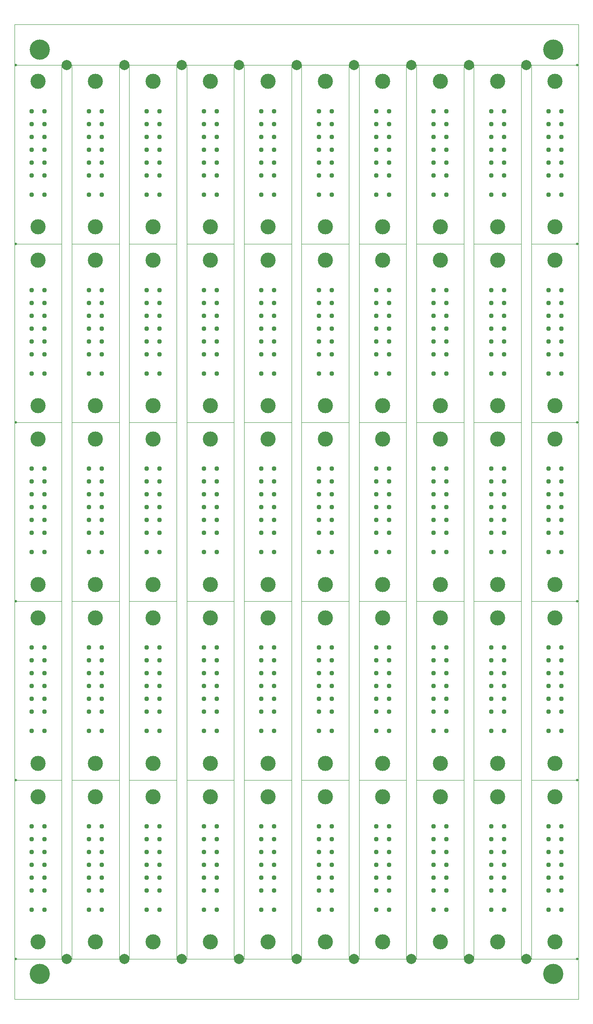
<source format=gbr>
%FSLAX36Y36*%
%MOMM*%
%SFA1.000B1.000*%

%MIA0B0*%
%IPPOS*%
%ADD70C,2.00000*%
%ADD20C,0.50000*%
%ADD26C,4.00000*%
%ADD29C,0.95000*%
%ADD72C,3.00000*%
%ADD35C,0.10000*%
%LNPOINT*%
%LPD*%
G54D20*
X300000Y8000000D03*
X300000Y43375000D03*
X300000Y78750000D03*
X300000Y114125000D03*
X300000Y149500000D03*
X300000Y184875000D03*
X111443000Y184875000D03*
X111443000Y149500000D03*
X111443000Y114125000D03*
X111443000Y78750000D03*
X111443000Y43375000D03*
X111443000Y8000000D03*
G54D29*
X3410000Y17725000D03*
X5950000Y17725000D03*
X5950000Y21535000D03*
X3410000Y21535000D03*
X3410000Y24075000D03*
X5950000Y24075000D03*
X5950000Y26615000D03*
X3410000Y26615000D03*
X3410000Y29155000D03*
X5950000Y29155000D03*
X5950000Y31695000D03*
X3410000Y31695000D03*
X3410000Y34235000D03*
X5950000Y34235000D03*
X14784000Y34235000D03*
X17324000Y34235000D03*
X17324000Y31695000D03*
X14784000Y31695000D03*
X14784000Y29155000D03*
X17324000Y29155000D03*
X17324000Y26615000D03*
X14784000Y26615000D03*
X14784000Y24075000D03*
X17324000Y24075000D03*
X17324000Y21535000D03*
X14784000Y21535000D03*
X14784000Y17725000D03*
X17324000Y17725000D03*
X26159000Y17725000D03*
X28699000Y17725000D03*
X28699000Y21535000D03*
X28699000Y24075000D03*
X28699000Y26615000D03*
X28699000Y29155000D03*
X28699000Y31695000D03*
X28699000Y34235000D03*
X26159000Y34235000D03*
X26159000Y31695000D03*
X26159000Y29155000D03*
X26159000Y26615000D03*
X26159000Y24075000D03*
X26159000Y21535000D03*
X37533000Y21535000D03*
X40073000Y21535000D03*
X40073000Y24075000D03*
X37533000Y24075000D03*
X37533000Y26615000D03*
X40073000Y26615000D03*
X40073000Y29155000D03*
X37533000Y29155000D03*
X37533000Y31695000D03*
X37533000Y34235000D03*
X40073000Y34235000D03*
X40073000Y31695000D03*
X48907000Y31695000D03*
X51447000Y31695000D03*
X51447000Y34235000D03*
X48907000Y34235000D03*
X48907000Y29155000D03*
X51447000Y29155000D03*
X51447000Y26615000D03*
X48907000Y26615000D03*
X48907000Y24075000D03*
X51447000Y24075000D03*
X51447000Y21535000D03*
X48907000Y21535000D03*
X48907000Y17725000D03*
X51447000Y17725000D03*
X60282000Y17725000D03*
X62822000Y17725000D03*
X62822000Y21535000D03*
X60282000Y21535000D03*
X60282000Y24075000D03*
X62822000Y24075000D03*
X62822000Y26615000D03*
X60282000Y26615000D03*
X60282000Y29155000D03*
X62822000Y29155000D03*
X62822000Y31695000D03*
X60282000Y31695000D03*
X60282000Y34235000D03*
X62822000Y34235000D03*
X71656000Y34235000D03*
X74196000Y34235000D03*
X74196000Y31695000D03*
X71656000Y31695000D03*
X71656000Y29155000D03*
X74196000Y29155000D03*
X74196000Y26615000D03*
X71656000Y26615000D03*
X71656000Y24075000D03*
X74196000Y24075000D03*
X74196000Y21535000D03*
X71656000Y21535000D03*
X71656000Y17725000D03*
X74196000Y17725000D03*
X83030000Y17725000D03*
X85570000Y17725000D03*
X85570000Y21535000D03*
X83030000Y21535000D03*
X83030000Y24075000D03*
X85570000Y24075000D03*
X85570000Y26615000D03*
X83030000Y26615000D03*
X83030000Y29155000D03*
X85570000Y29155000D03*
X85570000Y31695000D03*
X83030000Y31695000D03*
X83030000Y34235000D03*
X85570000Y34235000D03*
X94404000Y34235000D03*
X96944000Y34235000D03*
X96944000Y31695000D03*
X94404000Y31695000D03*
X94404000Y29155000D03*
X96944000Y29155000D03*
X96944000Y26615000D03*
X94404000Y26615000D03*
X94404000Y24075000D03*
X96944000Y24075000D03*
X96944000Y21535000D03*
X94404000Y21535000D03*
X94404000Y17725000D03*
X96944000Y17725000D03*
X105779000Y17725000D03*
X108319000Y17725000D03*
X108319000Y21535000D03*
X105779000Y21535000D03*
X105779000Y24075000D03*
X108319000Y24075000D03*
X108319000Y26615000D03*
X105779000Y26615000D03*
X105779000Y29155000D03*
X108319000Y29155000D03*
X108319000Y31695000D03*
X105779000Y31695000D03*
X105779000Y34235000D03*
X108319000Y34235000D03*
X108319000Y53100000D03*
X105779000Y53100000D03*
X105779000Y56910000D03*
X105779000Y59450000D03*
X105779000Y61990000D03*
X105779000Y64530000D03*
X105779000Y67070000D03*
X108319000Y67070000D03*
X108319000Y69610000D03*
X105779000Y69610000D03*
X108319000Y64530000D03*
X108319000Y61990000D03*
X108319000Y59450000D03*
X108319000Y56910000D03*
X96944000Y56910000D03*
X94404000Y56910000D03*
X94404000Y59450000D03*
X96944000Y59450000D03*
X96944000Y61990000D03*
X94404000Y61990000D03*
X94404000Y64530000D03*
X96944000Y64530000D03*
X96944000Y67070000D03*
X94404000Y67070000D03*
X94404000Y69610000D03*
X96944000Y69610000D03*
X85570000Y69610000D03*
X85570000Y67070000D03*
X83030000Y67070000D03*
X83030000Y69610000D03*
X83030000Y64530000D03*
X85570000Y64530000D03*
X85570000Y61990000D03*
X83030000Y61990000D03*
X83030000Y59450000D03*
X85570000Y59450000D03*
X85570000Y56910000D03*
X83030000Y56910000D03*
X83030000Y53100000D03*
X85570000Y53100000D03*
X94404000Y53100000D03*
X96944000Y53100000D03*
X74196000Y53100000D03*
X71656000Y53100000D03*
X71656000Y56910000D03*
X74196000Y56910000D03*
X74196000Y59450000D03*
X71656000Y59450000D03*
X71656000Y61990000D03*
X74196000Y61990000D03*
X74196000Y64530000D03*
X71656000Y64530000D03*
X71656000Y67070000D03*
X71656000Y69610000D03*
X74196000Y69610000D03*
X74196000Y67070000D03*
X62822000Y67070000D03*
X62822000Y69610000D03*
X60282000Y69610000D03*
X60282000Y67070000D03*
X60282000Y64530000D03*
X62822000Y64530000D03*
X62822000Y61990000D03*
X60282000Y61990000D03*
X60282000Y59450000D03*
X62822000Y59450000D03*
X62822000Y56910000D03*
X60282000Y56910000D03*
X60282000Y53100000D03*
X62822000Y53100000D03*
X51447000Y53100000D03*
X48907000Y53100000D03*
X48907000Y56910000D03*
X51447000Y56910000D03*
X51447000Y59450000D03*
X48907000Y59450000D03*
X48907000Y61990000D03*
X51447000Y61990000D03*
X51447000Y64530000D03*
X48907000Y64530000D03*
X48907000Y67070000D03*
X48907000Y69610000D03*
X51447000Y69610000D03*
X51447000Y67070000D03*
X40073000Y67070000D03*
X40073000Y69610000D03*
X37533000Y69610000D03*
X37533000Y67070000D03*
X37533000Y64530000D03*
X40073000Y64530000D03*
X40073000Y61990000D03*
X37533000Y61990000D03*
X37533000Y59450000D03*
X40073000Y59450000D03*
X40073000Y56910000D03*
X37533000Y56910000D03*
X37533000Y53100000D03*
X40073000Y53100000D03*
X28699000Y53100000D03*
X26159000Y53100000D03*
X26159000Y56910000D03*
X28699000Y56910000D03*
X28699000Y59450000D03*
X26159000Y59450000D03*
X26159000Y61990000D03*
X28699000Y61990000D03*
X28699000Y64530000D03*
X26159000Y64530000D03*
X26159000Y67070000D03*
X26159000Y69610000D03*
X28699000Y69610000D03*
X28699000Y67070000D03*
X17324000Y67070000D03*
X17324000Y64530000D03*
X17324000Y61990000D03*
X17324000Y59450000D03*
X17324000Y56910000D03*
X14784000Y56910000D03*
X14784000Y59450000D03*
X14784000Y61990000D03*
X14784000Y64530000D03*
X14784000Y67070000D03*
X14784000Y69610000D03*
X17324000Y69610000D03*
X5950000Y69610000D03*
X5950000Y67070000D03*
X3410000Y67070000D03*
X3410000Y69610000D03*
X3410000Y64530000D03*
X5950000Y64530000D03*
X5950000Y61990000D03*
X3410000Y61990000D03*
X3410000Y59450000D03*
X5950000Y59450000D03*
X5950000Y56910000D03*
X3410000Y56910000D03*
X3410000Y53100000D03*
X5950000Y53100000D03*
X14784000Y53100000D03*
X17324000Y53100000D03*
X17324000Y88475000D03*
X14784000Y88475000D03*
X14784000Y92285000D03*
X17324000Y92285000D03*
X17324000Y94825000D03*
X14784000Y94825000D03*
X14784000Y97365000D03*
X17324000Y97365000D03*
X17324000Y99905000D03*
X14784000Y99905000D03*
X14784000Y102445000D03*
X14784000Y104985000D03*
X17324000Y104985000D03*
X17324000Y102445000D03*
X26159000Y102445000D03*
X26159000Y99905000D03*
X26159000Y97365000D03*
X26159000Y94825000D03*
X26159000Y92285000D03*
X28699000Y92285000D03*
X28699000Y94825000D03*
X28699000Y97365000D03*
X28699000Y99905000D03*
X28699000Y102445000D03*
X28699000Y104985000D03*
X26159000Y104985000D03*
X37533000Y104985000D03*
X40073000Y104985000D03*
X40073000Y102445000D03*
X37533000Y102445000D03*
X37533000Y99905000D03*
X40073000Y99905000D03*
X40073000Y97365000D03*
X37533000Y97365000D03*
X37533000Y94825000D03*
X40073000Y94825000D03*
X40073000Y92285000D03*
X37533000Y92285000D03*
X37533000Y88475000D03*
X40073000Y88475000D03*
X48907000Y88475000D03*
X51447000Y88475000D03*
X51447000Y92285000D03*
X48907000Y92285000D03*
X48907000Y94825000D03*
X51447000Y94825000D03*
X51447000Y97365000D03*
X48907000Y97365000D03*
X48907000Y99905000D03*
X51447000Y99905000D03*
X51447000Y102445000D03*
X48907000Y102445000D03*
X48907000Y104985000D03*
X51447000Y104985000D03*
X60282000Y104985000D03*
X62822000Y104985000D03*
X62822000Y102445000D03*
X60282000Y102445000D03*
X60282000Y99905000D03*
X62822000Y99905000D03*
X62822000Y97365000D03*
X60282000Y97365000D03*
X60282000Y94825000D03*
X62822000Y94825000D03*
X62822000Y92285000D03*
X60282000Y92285000D03*
X60282000Y88475000D03*
X62822000Y88475000D03*
X71656000Y88475000D03*
X74196000Y88475000D03*
X74196000Y92285000D03*
X71656000Y92285000D03*
X71656000Y94825000D03*
X74196000Y94825000D03*
X74196000Y97365000D03*
X71656000Y97365000D03*
X71656000Y99905000D03*
X74196000Y99905000D03*
X74196000Y102445000D03*
X71656000Y102445000D03*
X71656000Y104985000D03*
X74196000Y104985000D03*
X83030000Y104985000D03*
X85570000Y104985000D03*
X85570000Y102445000D03*
X83030000Y102445000D03*
X83030000Y99905000D03*
X85570000Y99905000D03*
X85570000Y97365000D03*
X83030000Y97365000D03*
X83030000Y94825000D03*
X85570000Y94825000D03*
X85570000Y92285000D03*
X83030000Y92285000D03*
X83030000Y88475000D03*
X85570000Y88475000D03*
X94404000Y88475000D03*
X96944000Y88475000D03*
X96944000Y92285000D03*
X94404000Y92285000D03*
X94404000Y94825000D03*
X96944000Y94825000D03*
X96944000Y97365000D03*
X94404000Y97365000D03*
X94404000Y99905000D03*
X96944000Y99905000D03*
X96944000Y102445000D03*
X94404000Y102445000D03*
X94404000Y104985000D03*
X96944000Y104985000D03*
X105779000Y104985000D03*
X108319000Y104985000D03*
X108319000Y102445000D03*
X105779000Y102445000D03*
X105779000Y99905000D03*
X108319000Y99905000D03*
X108319000Y97365000D03*
X105779000Y97365000D03*
X105779000Y94825000D03*
X108319000Y94825000D03*
X108319000Y92285000D03*
X105779000Y92285000D03*
X105779000Y88475000D03*
X108319000Y88475000D03*
X108319000Y123850000D03*
X105779000Y123850000D03*
X105779000Y127660000D03*
X105779000Y130200000D03*
X105779000Y132740000D03*
X105779000Y135280000D03*
X105779000Y137820000D03*
X108319000Y137820000D03*
X108319000Y140360000D03*
X105779000Y140360000D03*
X108319000Y135280000D03*
X108319000Y132740000D03*
X108319000Y130200000D03*
X108319000Y127660000D03*
X96944000Y127660000D03*
X94404000Y127660000D03*
X94404000Y130200000D03*
X96944000Y130200000D03*
X96944000Y132740000D03*
X94404000Y132740000D03*
X94404000Y135280000D03*
X96944000Y135280000D03*
X96944000Y137820000D03*
X94404000Y137820000D03*
X94404000Y140360000D03*
X96944000Y140360000D03*
X85570000Y140360000D03*
X85570000Y137820000D03*
X83030000Y137820000D03*
X83030000Y140360000D03*
X83030000Y135280000D03*
X85570000Y135280000D03*
X85570000Y132740000D03*
X83030000Y132740000D03*
X83030000Y130200000D03*
X85570000Y130200000D03*
X85570000Y127660000D03*
X83030000Y127660000D03*
X83030000Y123850000D03*
X85570000Y123850000D03*
X94404000Y123850000D03*
X96944000Y123850000D03*
X74196000Y123850000D03*
X71656000Y123850000D03*
X71656000Y127660000D03*
X74196000Y127660000D03*
X74196000Y130200000D03*
X71656000Y130200000D03*
X71656000Y132740000D03*
X74196000Y132740000D03*
X74196000Y135280000D03*
X71656000Y135280000D03*
X71656000Y137820000D03*
X71656000Y140360000D03*
X74196000Y140360000D03*
X74196000Y137820000D03*
X62822000Y137820000D03*
X62822000Y140360000D03*
X60282000Y140360000D03*
X60282000Y137820000D03*
X60282000Y135280000D03*
X62822000Y135280000D03*
X62822000Y132740000D03*
X60282000Y132740000D03*
X60282000Y130200000D03*
X62822000Y130200000D03*
X62822000Y127660000D03*
X60282000Y127660000D03*
X60282000Y123850000D03*
X62822000Y123850000D03*
X51447000Y123850000D03*
X48907000Y123850000D03*
X48907000Y127660000D03*
X51447000Y127660000D03*
X51447000Y130200000D03*
X48907000Y130200000D03*
X48907000Y132740000D03*
X51447000Y132740000D03*
X51447000Y135280000D03*
X48907000Y135280000D03*
X48907000Y137820000D03*
X48907000Y140360000D03*
X51447000Y140360000D03*
X51447000Y137820000D03*
X40073000Y137820000D03*
X40073000Y140360000D03*
X37533000Y140360000D03*
X37533000Y137820000D03*
X37533000Y135280000D03*
X40073000Y135280000D03*
X40073000Y132740000D03*
X37533000Y132740000D03*
X37533000Y130200000D03*
X40073000Y130200000D03*
X40073000Y127660000D03*
X37533000Y127660000D03*
X37533000Y123850000D03*
X40073000Y123850000D03*
X28699000Y123850000D03*
X26159000Y123850000D03*
X26159000Y127660000D03*
X28699000Y127660000D03*
X28699000Y130200000D03*
X26159000Y130200000D03*
X26159000Y132740000D03*
X28699000Y132740000D03*
X28699000Y135280000D03*
X26159000Y135280000D03*
X26159000Y137820000D03*
X26159000Y140360000D03*
X28699000Y140360000D03*
X28699000Y137820000D03*
X17324000Y137820000D03*
X17324000Y135280000D03*
X17324000Y132740000D03*
X17324000Y130200000D03*
X17324000Y127660000D03*
X14784000Y127660000D03*
X14784000Y130200000D03*
X14784000Y132740000D03*
X14784000Y135280000D03*
X14784000Y137820000D03*
X14784000Y140360000D03*
X17324000Y140360000D03*
X5950000Y140360000D03*
X5950000Y137820000D03*
X3410000Y137820000D03*
X3410000Y140360000D03*
X3410000Y135280000D03*
X5950000Y135280000D03*
X5950000Y132740000D03*
X3410000Y132740000D03*
X3410000Y130200000D03*
X5950000Y130200000D03*
X5950000Y127660000D03*
X3410000Y127660000D03*
X3410000Y123850000D03*
X5950000Y123850000D03*
X14784000Y123850000D03*
X17324000Y123850000D03*
X5950000Y104985000D03*
X5950000Y102445000D03*
X3410000Y102445000D03*
X3410000Y104985000D03*
X3410000Y99905000D03*
X5950000Y99905000D03*
X5950000Y97365000D03*
X3410000Y97365000D03*
X3410000Y94825000D03*
X5950000Y94825000D03*
X5950000Y92285000D03*
X3410000Y92285000D03*
X3410000Y88475000D03*
X5950000Y88475000D03*
X26159000Y88475000D03*
X28699000Y88475000D03*
X28699000Y159225000D03*
X26159000Y159225000D03*
X26159000Y163035000D03*
X28699000Y163035000D03*
X28699000Y165575000D03*
X26159000Y165575000D03*
X26159000Y168115000D03*
X28699000Y168115000D03*
X28699000Y170655000D03*
X26159000Y170655000D03*
X26159000Y173195000D03*
X26159000Y175735000D03*
X28699000Y175735000D03*
X28699000Y173195000D03*
X37533000Y173195000D03*
X40073000Y173195000D03*
X40073000Y175735000D03*
X37533000Y175735000D03*
X37533000Y170655000D03*
X40073000Y170655000D03*
X40073000Y168115000D03*
X37533000Y168115000D03*
X37533000Y165575000D03*
X40073000Y165575000D03*
X40073000Y163035000D03*
X37533000Y163035000D03*
X37533000Y159225000D03*
X40073000Y159225000D03*
X48907000Y159225000D03*
X51447000Y159225000D03*
X51447000Y163035000D03*
X48907000Y163035000D03*
X48907000Y165575000D03*
X51447000Y165575000D03*
X51447000Y168115000D03*
X48907000Y168115000D03*
X48907000Y170655000D03*
X51447000Y170655000D03*
X51447000Y173195000D03*
X48907000Y173195000D03*
X48907000Y175735000D03*
X51447000Y175735000D03*
X60282000Y175735000D03*
X62822000Y175735000D03*
X62822000Y173195000D03*
X60282000Y173195000D03*
X60282000Y170655000D03*
X62822000Y170655000D03*
X62822000Y168115000D03*
X60282000Y168115000D03*
X60282000Y165575000D03*
X62822000Y165575000D03*
X62822000Y163035000D03*
X60282000Y163035000D03*
X60282000Y159225000D03*
X62822000Y159225000D03*
X71656000Y159225000D03*
X74196000Y159225000D03*
X74196000Y163035000D03*
X71656000Y163035000D03*
X71656000Y165575000D03*
X74196000Y165575000D03*
X74196000Y168115000D03*
X71656000Y168115000D03*
X71656000Y170655000D03*
X74196000Y170655000D03*
X74196000Y173195000D03*
X71656000Y173195000D03*
X71656000Y175735000D03*
X74196000Y175735000D03*
X83030000Y175735000D03*
X85570000Y175735000D03*
X85570000Y173195000D03*
X83030000Y173195000D03*
X83030000Y170655000D03*
X85570000Y170655000D03*
X85570000Y168115000D03*
X83030000Y168115000D03*
X83030000Y165575000D03*
X85570000Y165575000D03*
X85570000Y163035000D03*
X83030000Y163035000D03*
X83030000Y159225000D03*
X85570000Y159225000D03*
X94404000Y159225000D03*
X96944000Y159225000D03*
X96944000Y163035000D03*
X94404000Y163035000D03*
X94404000Y165575000D03*
X96944000Y165575000D03*
X96944000Y168115000D03*
X94404000Y168115000D03*
X94404000Y170655000D03*
X96944000Y170655000D03*
X96944000Y173195000D03*
X94404000Y173195000D03*
X94404000Y175735000D03*
X96944000Y175735000D03*
X105779000Y175735000D03*
X108319000Y175735000D03*
X108319000Y173195000D03*
X105779000Y173195000D03*
X105779000Y170655000D03*
X108319000Y170655000D03*
X108319000Y168115000D03*
X105779000Y168115000D03*
X105779000Y165575000D03*
X108319000Y165575000D03*
X108319000Y163035000D03*
X105779000Y163035000D03*
X105779000Y159225000D03*
X108319000Y159225000D03*
X17324000Y159225000D03*
X14784000Y159225000D03*
X14784000Y163035000D03*
X17324000Y163035000D03*
X17324000Y165575000D03*
X14784000Y165575000D03*
X14784000Y168115000D03*
X17324000Y168115000D03*
X17324000Y170655000D03*
X14784000Y170655000D03*
X14784000Y173195000D03*
X14784000Y175735000D03*
X17324000Y175735000D03*
X17324000Y173195000D03*
X5950000Y173195000D03*
X5950000Y175735000D03*
X3410000Y175735000D03*
X3410000Y173195000D03*
X3410000Y170655000D03*
X5950000Y170655000D03*
X5950000Y168115000D03*
X3410000Y168115000D03*
X3410000Y165575000D03*
X5950000Y165575000D03*
X5950000Y163035000D03*
X3410000Y163035000D03*
X3410000Y159225000D03*
X5950000Y159225000D03*
X37533000Y17725000D03*
X40073000Y17725000D03*
G54D70*
X10374000Y8000000D03*
X21749000Y8000000D03*
X33123000Y8000000D03*
X44497000Y8000000D03*
X55872000Y8000000D03*
X67246000Y8000000D03*
X78620000Y8000000D03*
X89994000Y8000000D03*
X101369000Y8000000D03*
X101369000Y184875000D03*
X89994000Y184875000D03*
X78620000Y184875000D03*
X67246000Y184875000D03*
X55872000Y184875000D03*
X44497000Y184875000D03*
X33123000Y184875000D03*
X21749000Y184875000D03*
X10374000Y184875000D03*
G54D72*
X4700000Y11350000D03*
X16074000Y11350000D03*
X27449000Y11350000D03*
X38823000Y11350000D03*
X50197000Y11350000D03*
X61572000Y11350000D03*
X72946000Y11350000D03*
X84320000Y11350000D03*
X95694000Y11350000D03*
X107069000Y11350000D03*
X107069000Y40125000D03*
X107069000Y46725000D03*
X95694000Y46725000D03*
X95694000Y40125000D03*
X84320000Y40125000D03*
X84320000Y46725000D03*
X72946000Y46725000D03*
X72946000Y40125000D03*
X61572000Y40125000D03*
X61572000Y46725000D03*
X50197000Y46725000D03*
X50197000Y40125000D03*
X38823000Y40125000D03*
X38823000Y46725000D03*
X27449000Y46725000D03*
X27449000Y40125000D03*
X16074000Y40125000D03*
X16074000Y46725000D03*
X4700000Y46725000D03*
X4700000Y40125000D03*
X4700000Y75500000D03*
X4700000Y82100000D03*
X16074000Y82100000D03*
X16074000Y75500000D03*
X27449000Y75500000D03*
X27449000Y82100000D03*
X38823000Y82100000D03*
X38823000Y75500000D03*
X50197000Y75500000D03*
X50197000Y82100000D03*
X61572000Y82100000D03*
X61572000Y75500000D03*
X72946000Y75500000D03*
X72946000Y82100000D03*
X84320000Y82100000D03*
X84320000Y75500000D03*
X95694000Y75500000D03*
X95694000Y82100000D03*
X107069000Y82100000D03*
X107069000Y75500000D03*
X107069000Y110875000D03*
X107069000Y117475000D03*
X95694000Y117475000D03*
X95694000Y110875000D03*
X84320000Y110875000D03*
X84320000Y117475000D03*
X72946000Y117475000D03*
X72946000Y110875000D03*
X61572000Y110875000D03*
X61572000Y117475000D03*
X50197000Y117475000D03*
X50197000Y110875000D03*
X38823000Y110875000D03*
X38823000Y117475000D03*
X27449000Y117475000D03*
X27449000Y110875000D03*
X16074000Y110875000D03*
X16074000Y117475000D03*
X4700000Y117475000D03*
X4700000Y110875000D03*
X4700000Y146250000D03*
X4700000Y152850000D03*
X16074000Y152850000D03*
X16074000Y146250000D03*
X27449000Y146250000D03*
X27449000Y152850000D03*
X38823000Y152850000D03*
X38823000Y146250000D03*
X50197000Y146250000D03*
X50197000Y152850000D03*
X61572000Y152850000D03*
X61572000Y146250000D03*
X72946000Y146250000D03*
X72946000Y152850000D03*
X84320000Y152850000D03*
X84320000Y146250000D03*
X95694000Y146250000D03*
X95694000Y152850000D03*
X107069000Y152850000D03*
X107069000Y146250000D03*
X107069000Y181625000D03*
X95694000Y181625000D03*
X84320000Y181625000D03*
X72946000Y181625000D03*
X61572000Y181625000D03*
X50197000Y181625000D03*
X38823000Y181625000D03*
X27449000Y181625000D03*
X16074000Y181625000D03*
X4700000Y181625000D03*
G54D26*
X5000000Y5000000D03*
X106743000Y5000000D03*
X106743000Y187875000D03*
X5000000Y187875000D03*
G54D35*
X34123000Y78750000D02*
G01X34123000Y43375000D01*
X43497000Y43375000D01*
X43497000Y78750000D01*
X34123000Y78750000D01*
X22749000Y78750000D02*
G01X32123000Y78750000D01*
X32123000Y43375000D01*
X22749000Y43375000D01*
X22749000Y78750000D01*
X56872000Y78750000D02*
G01X56872000Y43375000D01*
X66246000Y43375000D01*
X66246000Y78750000D01*
X56872000Y78750000D01*
X45497000Y78750000D02*
G01X54872000Y78750000D01*
X54872000Y43375000D01*
X45497000Y43375000D01*
X45497000Y78750000D01*
X79620000Y78750000D02*
G01X79620000Y43375000D01*
X88994000Y43375000D01*
X88994000Y78750000D01*
X79620000Y78750000D01*
X68246000Y78750000D02*
G01X77620000Y78750000D01*
X77620000Y43375000D01*
X68246000Y43375000D01*
X68246000Y78750000D01*
X102369000Y78750000D02*
G01X102369000Y43375000D01*
X111743000Y43375000D01*
X111743000Y78750000D01*
X102369000Y78750000D01*
X90994000Y78750000D02*
G01X100369000Y78750000D01*
X100369000Y43375000D01*
X90994000Y43375000D01*
X90994000Y78750000D01*
X0Y78750000D02*
G01X0Y43375000D01*
X9374000Y43375000D01*
X9374000Y78750000D01*
X0Y78750000D01*
X11374000Y78750000D02*
G01X20749000Y78750000D01*
X20749000Y43375000D01*
X11374000Y43375000D01*
X11374000Y78750000D01*
X34123000Y114125000D02*
G01X34123000Y78750000D01*
X43497000Y78750000D01*
X43497000Y114125000D01*
X34123000Y114125000D01*
X22749000Y114125000D02*
G01X32123000Y114125000D01*
X32123000Y78750000D01*
X22749000Y78750000D01*
X22749000Y114125000D01*
X56872000Y114125000D02*
G01X56872000Y78750000D01*
X66246000Y78750000D01*
X66246000Y114125000D01*
X56872000Y114125000D01*
X45497000Y114125000D02*
G01X54872000Y114125000D01*
X54872000Y78750000D01*
X45497000Y78750000D01*
X45497000Y114125000D01*
X79620000Y114125000D02*
G01X79620000Y78750000D01*
X88994000Y78750000D01*
X88994000Y114125000D01*
X79620000Y114125000D01*
X68246000Y114125000D02*
G01X77620000Y114125000D01*
X77620000Y78750000D01*
X68246000Y78750000D01*
X68246000Y114125000D01*
X102369000Y114125000D02*
G01X102369000Y78750000D01*
X111743000Y78750000D01*
X111743000Y114125000D01*
X102369000Y114125000D01*
X90994000Y114125000D02*
G01X100369000Y114125000D01*
X100369000Y78750000D01*
X90994000Y78750000D01*
X90994000Y114125000D01*
X0Y114125000D02*
G01X0Y78750000D01*
X9374000Y78750000D01*
X9374000Y114125000D01*
X0Y114125000D01*
X11374000Y114125000D02*
G01X20749000Y114125000D01*
X20749000Y78750000D01*
X11374000Y78750000D01*
X11374000Y114125000D01*
X34123000Y149500000D02*
G01X34123000Y114125000D01*
X43497000Y114125000D01*
X43497000Y149500000D01*
X34123000Y149500000D01*
X22749000Y149500000D02*
G01X32123000Y149500000D01*
X32123000Y114125000D01*
X22749000Y114125000D01*
X22749000Y149500000D01*
X56872000Y149500000D02*
G01X56872000Y114125000D01*
X66246000Y114125000D01*
X66246000Y149500000D01*
X56872000Y149500000D01*
X45497000Y149500000D02*
G01X54872000Y149500000D01*
X54872000Y114125000D01*
X45497000Y114125000D01*
X45497000Y149500000D01*
X79620000Y149500000D02*
G01X79620000Y114125000D01*
X88994000Y114125000D01*
X88994000Y149500000D01*
X79620000Y149500000D01*
X68246000Y149500000D02*
G01X77620000Y149500000D01*
X77620000Y114125000D01*
X68246000Y114125000D01*
X68246000Y149500000D01*
X102369000Y149500000D02*
G01X102369000Y114125000D01*
X111743000Y114125000D01*
X111743000Y149500000D01*
X102369000Y149500000D01*
X90994000Y149500000D02*
G01X100369000Y149500000D01*
X100369000Y114125000D01*
X90994000Y114125000D01*
X90994000Y149500000D01*
X0Y149500000D02*
G01X0Y114125000D01*
X9374000Y114125000D01*
X9374000Y149500000D01*
X0Y149500000D01*
X11374000Y149500000D02*
G01X20749000Y149500000D01*
X20749000Y114125000D01*
X11374000Y114125000D01*
X11374000Y149500000D01*
X34123000Y184875000D02*
G01X34123000Y149500000D01*
X43497000Y149500000D01*
X43497000Y184875000D01*
X34123000Y184875000D01*
X22749000Y184875000D02*
G01X32123000Y184875000D01*
X32123000Y149500000D01*
X22749000Y149500000D01*
X22749000Y184875000D01*
X56872000Y184875000D02*
G01X56872000Y149500000D01*
X66246000Y149500000D01*
X66246000Y184875000D01*
X56872000Y184875000D01*
X45497000Y184875000D02*
G01X54872000Y184875000D01*
X54872000Y149500000D01*
X45497000Y149500000D01*
X45497000Y184875000D01*
X79620000Y184875000D02*
G01X79620000Y149500000D01*
X88994000Y149500000D01*
X88994000Y184875000D01*
X79620000Y184875000D01*
X68246000Y184875000D02*
G01X77620000Y184875000D01*
X77620000Y149500000D01*
X68246000Y149500000D01*
X68246000Y184875000D01*
X102369000Y184875000D02*
G01X102369000Y149500000D01*
X111743000Y149500000D01*
X111743000Y184875000D01*
X102369000Y184875000D01*
X90994000Y184875000D02*
G01X100369000Y184875000D01*
X100369000Y149500000D01*
X90994000Y149500000D01*
X90994000Y184875000D01*
X0Y184875000D02*
G01X0Y149500000D01*
X9374000Y149500000D01*
X9374000Y184875000D01*
X0Y184875000D01*
X11374000Y184875000D02*
G01X20749000Y184875000D01*
X20749000Y149500000D01*
X11374000Y149500000D01*
X11374000Y184875000D01*
X11374000Y43375000D02*
G01X11374000Y8000000D01*
X20749000Y8000000D01*
X20749000Y43375000D01*
X11374000Y43375000D01*
X0Y43375000D02*
G01X9374000Y43375000D01*
X9374000Y8000000D01*
X0Y8000000D01*
X0Y43375000D01*
X90994000Y43375000D02*
G01X90994000Y8000000D01*
X100369000Y8000000D01*
X100369000Y43375000D01*
X90994000Y43375000D01*
X102369000Y43375000D02*
G01X111743000Y43375000D01*
X111743000Y8000000D01*
X102369000Y8000000D01*
X102369000Y43375000D01*
X68246000Y43375000D02*
G01X68246000Y8000000D01*
X77620000Y8000000D01*
X77620000Y43375000D01*
X68246000Y43375000D01*
X79620000Y43375000D02*
G01X88994000Y43375000D01*
X88994000Y8000000D01*
X79620000Y8000000D01*
X79620000Y43375000D01*
X45497000Y43375000D02*
G01X45497000Y8000000D01*
X54872000Y8000000D01*
X54872000Y43375000D01*
X45497000Y43375000D01*
X56872000Y43375000D02*
G01X66246000Y43375000D01*
X66246000Y8000000D01*
X56872000Y8000000D01*
X56872000Y43375000D01*
X22749000Y43375000D02*
G01X22749000Y8000000D01*
X32123000Y8000000D01*
X32123000Y43375000D01*
X22749000Y43375000D01*
X34123000Y43375000D02*
G01X43497000Y43375000D01*
X43497000Y8000000D01*
X34123000Y8000000D01*
X34123000Y43375000D01*
X0Y0D02*
G01X111743000Y0D01*
X111743000Y8000000D01*
X0Y8000000D01*
X0Y0D01*
X0Y184875000D02*
G01X111743000Y184875000D01*
X111743000Y192875000D01*
X0Y192875000D01*
X0Y184875000D01*
M02*

</source>
